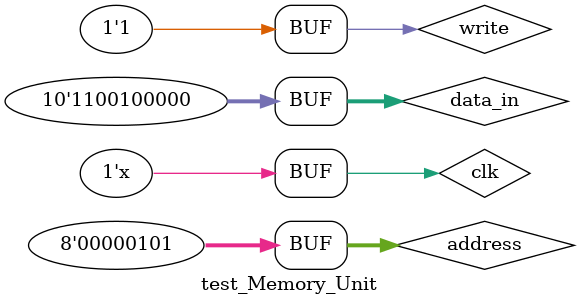
<source format=v>
module test_Memory_Unit ();
 parameter word_size = 10;
  parameter memory_size = 256;
  parameter address_size = 8;
  wire [word_size-1: 0] data_out;
  reg [word_size-1: 0] data_in;
  reg [address_size-1: 0] address;
  reg clk, write;
  
	Memory_Unit mem1(data_out, data_in, address, clk, write);
	
initial
	begin
		clk = 0;
	end
always #5 clk = ~clk;
	 
  initial
  begin
	
	#35		address = 0 ; data_in= 10'b01010_10101; 
	#35		address = 1 ; write = 1;
	#35		data_in = 10'b011_0001111;   
	#35		data_in= 10'b100_0000011; //store to address = 3
	#35		address = 4; write = 0;
	#35		address = 5; write = 1;	data_in = 10'b11_0010_0000 ;  //save 32 to r0
  end
endmodule

</source>
